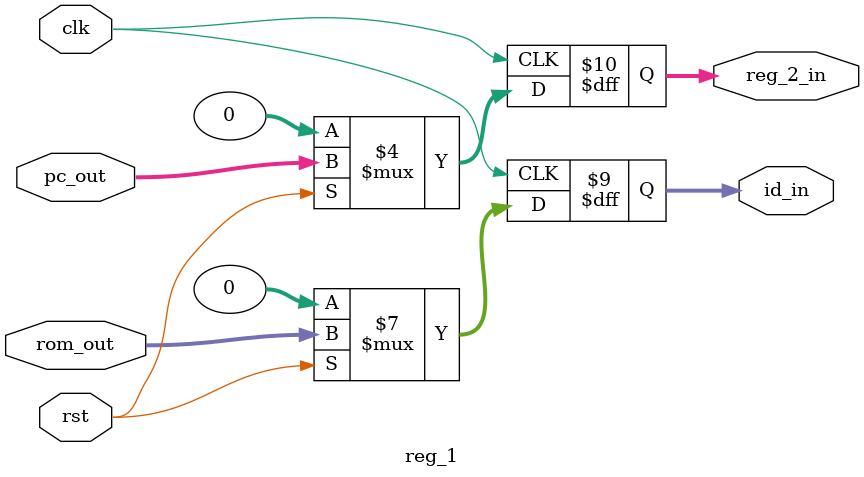
<source format=v>
module cpu_jh(
input clk1,
input clk2,
input clk3,
input clk4,
input clk5
 );
 

 
 wire id_s,id_l,id_im_c,id_wb_en;
 wire [4:0] id_rs1,id_rs2,id_rd;
 wire [31:0] id_im;
 wire [2:0] id_alu_op;
 wire [1:0] id_b_en,id_pc_c;
 wire [12:0] id_b_im;
 wire [20:0] id_pc_im;
 wire id_sub;
 
 wire [31:0] reg_data1,reg_data2;
  
 wire [31:0]inst_in;
 
 wire [31:0] id_inst_in,reg_2_in1;
 
 wire rst1;
 
 wire [31:0] i2o_s_data, i2o_op2_out;
 
  
 wire reg_2_store;	
 wire reg_2_load;
 wire [31:0]reg_2_sdata;
 wire [31:0]reg_2_op2;
 wire [31:0]reg_2_op1;
 wire [12:0]reg_2_b_im;
 wire [1:0]reg_2_b_en;
 wire [2:0]reg_2_op;
 wire [4:0]reg_2_rd;
 wire reg_2_wb_en_in;
 wire [31:0]reg_2_pc_rd;
 wire reg_2_id_sub;
 
 wire rst2;
 
 wire [31:0] p_out;
wire [1:0] ju_pc_c;
wire [12:0] ju_im;

wire 		 reg_3_store;
wire 		 reg_3_load;
wire [31:0]reg_3_sdata;
wire [31:0]reg_3_p_out;
wire [4:0] reg_3_rd;
wire 		 reg_3_wb_en_in;

wire [31:0] alu_outdata;
  
wire [31:0] pc_addr;	//pc
wire rst,stop;

wire [31:0]mem_data;
reg [31:0]mem_addr;
reg [31:0]j_p_out;
wire [31:0]j2_p_out;

wire [1:0]pc_c;

wire [31:0]r4_j2_p_out;
wire [4:0]r4_rd;
wire r4_wb_en;


 
assign pc_c= ju_pc_c | id_pc_c;
//pc
 pc c1(pc_addr,clk1,1'b1,pc_c[1],pc_c[0],id_pc_im, 1'b0 ,ju_im);
 

//rom
 rom c2(pc_addr,inst_in);
 
 //stop 
 //assign stop=(inst_in==0)?1:0;
 

 
assign rst1=(pc_c==2'b01 || pc_c==2'b10)?0:1;

//reg1
 reg_1 c3(inst_in,pc_addr,clk2, rst1 ,id_inst_in,reg_2_in1);
 
//id
 id c4(id_inst_in , id_s , id_l , id_rs1 , id_rs2 , id_rd , id_alu_op , id_im , id_im_c , id_pc_im , id_pc_c , id_wb_en , id_b_im , id_b_en ,id_sub);
 

 //regs
 regfile c5(reg_data1,reg_data2,clk1, r4_j2_p_out , r4_rd ,id_rs1,id_rs2, r4_wb_en);
 

 //im2op
 im2op c6(i2o_s_data,i2o_op2_out,reg_data2,id_im,id_im_c);

 
 assign rst2=(pc_c==2'b01)?0:1;
 
 //reg2
 
reg_2 c7(clk3,rst2 , 
id_s, id_l, i2o_s_data, i2o_op2_out, reg_data1, id_b_im, id_b_en, id_alu_op, id_rd, id_wb_en, reg_2_in1, 
reg_2_store, reg_2_load, reg_2_sdata, reg_2_op2, reg_2_op1, reg_2_b_im, reg_2_b_en, reg_2_op, reg_2_rd, reg_2_wb_en_in, reg_2_pc_rd,
id_sub, reg_2_id_sub
);

//alu

alu c8 (alu_outdata, , ,reg_2_op, reg_2_op1 , reg_2_op2 ,reg_2_id_sub);


//beq jump 

ju c9 (p_out, ju_pc_c ,ju_im , reg_2_b_en ,reg_2_b_im ,reg_2_pc_rd ,alu_outdata);


//reg3

reg_3 c10(clk4,1'b1, reg_2_store, reg_2_load, reg_2_sdata , p_out, reg_2_rd , reg_2_wb_en_in,
reg_3_store,
reg_3_load,
reg_3_sdata,
reg_3_p_out,
reg_3_rd,
reg_3_wb_en_in);

//store or load or read_back

always@(*)
if(reg_3_load==1 || reg_3_store==1)
	begin
	mem_addr=reg_3_p_out;
	j_p_out=0;
	end
else
	begin
	j_p_out=reg_3_p_out;
	mem_addr=0;
	end

assign j2_p_out=(reg_3_store==1)?mem_data:j_p_out;

//data store

mem c11(mem_data ,mem_addr , clk5, 1'b1, reg_3_load, reg_3_store , reg_3_sdata );


//reg4

reg_4 c12 (clk5 , 1'b1 ,j2_p_out ,reg_3_rd ,reg_3_wb_en_in ,
r4_j2_p_out,
r4_rd,
r4_wb_en);


endmodule



module reg_4(
input clk,
input rst,
input [31:0]j2_p_out,
input [4:0]rd,
input wb_en,

output reg [31:0]r4_j2_p_out,
output reg [4:0]r4_rd,
output reg r4_wb_en


);
always@(posedge clk)
if(rst==0)
	begin
	r4_j2_p_out<=0;
	r4_rd<=0;
	r4_wb_en<=0;
	end
else
	begin
	r4_j2_p_out<=j2_p_out;
	r4_rd<=rd;
	r4_wb_en<=wb_en;	
	end

endmodule

module reg_3(
input clk,
input rst,
input store,
input load,
input [31:0]sdata,
input [31:0]p_out,
input [4:0]rd,
input wb_en_in,

output reg 		 reg_3_store,
output reg 		 reg_3_load,
output reg [31:0]reg_3_sdata,
output reg [31:0]reg_3_p_out,
output reg [4:0] reg_3_rd,
output reg 		 reg_3_wb_en_in
);
always@(posedge clk)
	if(rst==0)
		begin
		reg_3_store    <=0;		
      reg_3_load     <=0;     
		reg_3_sdata    <=0; 
		reg_3_p_out    <=0;    
		reg_3_rd       <=0;
		reg_3_wb_en_in <=0;
		end
	else
		begin
		reg_3_store    <=store   ;		
      reg_3_load     <=load    ;     
		reg_3_sdata    <=sdata   ; 
		reg_3_p_out    <=p_out   ;    
		reg_3_rd       <=rd      ;
		reg_3_wb_en_in <=wb_en_in;
		end
endmodule		
		
module reg_2(
input clk,
input rst,
input store,
input load,
input [31:0]sdata,
input [31:0]op2,
input [31:0]op1,
input [12:0]b_im,
input [1:0]b_en,
input [2:0]op,
input [4:0]rd,
input wb_en_in,
input [31:0]pc_rd,
output reg reg_2_store,
output reg reg_2_load,
output reg [31:0]reg_2_sdata,
output reg [31:0]reg_2_op2,
output reg [31:0]reg_2_op1,
output reg [12:0]reg_2_b_im,
output reg [1:0]reg_2_b_en,
output reg [2:0]reg_2_op,
output reg [4:0]reg_2_rd,
output reg reg_2_wb_en_in,
output reg [31:0]reg_2_pc_rd,
input id_sub,
output reg reg_2_id_sub
);

always@(posedge clk)
	if(rst==0)
		begin
		reg_2_store<=0;
      reg_2_load<=0;
      reg_2_sdata<=0;
		reg_2_op2<=0;
		reg_2_op1<=0;
		reg_2_b_im<=0;
		reg_2_b_en<=0;
		reg_2_op<=0;
		reg_2_rd<=0;
		reg_2_wb_en_in<=0;
		reg_2_pc_rd<=0;
		reg_2_id_sub<=0;
		end
	else
		begin
		reg_2_store   <=store   ;
      reg_2_load    <=load    ;
      reg_2_sdata   <=sdata   ;
		reg_2_op2     <=op2     ;
		reg_2_op1     <=op1     ;
		reg_2_b_im    <=b_im    ;
		reg_2_b_en    <=b_en    ;
		reg_2_op      <=op      ;
		reg_2_rd      <=rd      ;
		reg_2_wb_en_in<=wb_en_in;
		reg_2_pc_rd   <=pc_rd   ;
		reg_2_id_sub  <=id_sub  ;
		end
endmodule
		
		
module reg_1 (
input [31:0]rom_out,
input [31:0]pc_out,
input clk,
input rst,
output reg [31:0]id_in,
output reg [31:0]reg_2_in
);
always@(posedge clk)
	if(rst==0)
		begin
		id_in<=0;
		reg_2_in<=0;
		end
	else
		begin
		id_in<=rom_out;
		reg_2_in<=pc_out;
		end
		
endmodule

</source>
